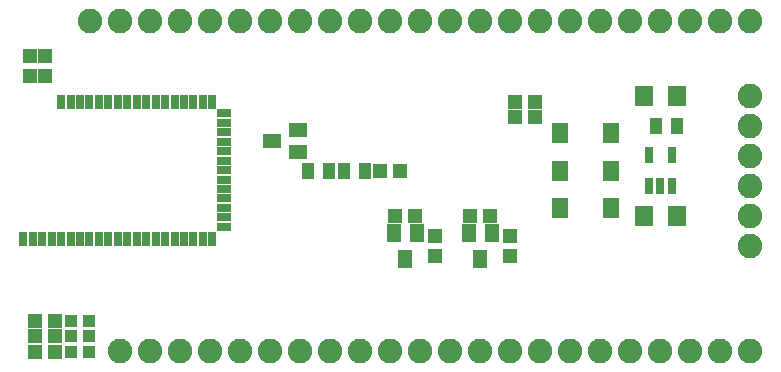
<source format=gbr>
G04 EAGLE Gerber RS-274X export*
G75*
%MOMM*%
%FSLAX34Y34*%
%LPD*%
%INSoldermask Top*%
%IPPOS*%
%AMOC8*
5,1,8,0,0,1.08239X$1,22.5*%
G01*
%ADD10R,0.803200X1.203200*%
%ADD11R,1.203200X0.803200*%
%ADD12R,1.203200X1.603200*%
%ADD13R,0.753200X1.403200*%
%ADD14R,1.303200X1.203200*%
%ADD15R,1.003200X1.403200*%
%ADD16R,1.603200X1.803200*%
%ADD17R,1.003200X1.003200*%
%ADD18R,1.203200X1.303200*%
%ADD19C,2.082800*%
%ADD20R,1.603200X1.203200*%
%ADD21R,1.473200X1.673200*%


D10*
X6800Y94980D03*
X14800Y94980D03*
X22800Y94980D03*
X30800Y94980D03*
X38800Y94980D03*
X46800Y94980D03*
X54800Y94980D03*
X62800Y94980D03*
X70800Y94980D03*
X78800Y94980D03*
X86800Y94980D03*
X94800Y94980D03*
X102800Y94980D03*
X110800Y94980D03*
X118800Y94980D03*
X126800Y94980D03*
X134800Y94980D03*
X142800Y94980D03*
X150800Y94980D03*
X158800Y94980D03*
X166800Y94980D03*
D11*
X176800Y104980D03*
X176800Y112980D03*
X176800Y120980D03*
X176800Y128980D03*
X176800Y136980D03*
X176800Y144980D03*
X176800Y152980D03*
X176800Y160980D03*
X176800Y168980D03*
X176800Y176980D03*
X176800Y184980D03*
X176800Y192980D03*
X176800Y200980D03*
D10*
X166800Y210980D03*
X158800Y210980D03*
X150800Y210980D03*
X142800Y210980D03*
X134800Y210980D03*
X126800Y210980D03*
X118800Y210980D03*
X110800Y210980D03*
X102800Y210980D03*
X94800Y210980D03*
X86800Y210980D03*
X78800Y210980D03*
X70800Y210980D03*
X62800Y210980D03*
X54800Y210980D03*
X46800Y210980D03*
X38800Y210980D03*
D12*
X393700Y77900D03*
X384200Y99900D03*
X403200Y99900D03*
D13*
X536600Y139399D03*
X546100Y139399D03*
X555600Y139399D03*
X555600Y165401D03*
X536600Y165401D03*
D14*
X385200Y114300D03*
X402200Y114300D03*
X33900Y-1270D03*
X16900Y-1270D03*
D15*
X560180Y190500D03*
X542180Y190500D03*
D16*
X560100Y114300D03*
X532100Y114300D03*
D17*
X62110Y-1270D03*
X47110Y-1270D03*
X62110Y25400D03*
X47110Y25400D03*
X62110Y12700D03*
X47110Y12700D03*
D14*
X33900Y12700D03*
X16900Y12700D03*
X33900Y25400D03*
X16900Y25400D03*
D18*
X419100Y80400D03*
X419100Y97400D03*
D12*
X330200Y77900D03*
X320700Y99900D03*
X339700Y99900D03*
D14*
X321700Y114300D03*
X338700Y114300D03*
D18*
X355600Y80400D03*
X355600Y97400D03*
D16*
X532100Y215900D03*
X560100Y215900D03*
D14*
X423300Y198120D03*
X440300Y198120D03*
X423300Y210820D03*
X440300Y210820D03*
D19*
X622300Y88900D03*
X622300Y114300D03*
X622300Y139700D03*
X622300Y165100D03*
X622300Y190500D03*
X622300Y215900D03*
X88900Y0D03*
X114300Y0D03*
X139700Y0D03*
X165100Y0D03*
X190500Y0D03*
X215900Y0D03*
X241300Y0D03*
X266700Y0D03*
X292100Y0D03*
X317500Y0D03*
X342900Y0D03*
X368300Y0D03*
X393700Y0D03*
X419100Y0D03*
X444500Y0D03*
X469900Y0D03*
D18*
X12700Y249800D03*
X12700Y232800D03*
D20*
X217600Y177800D03*
X239600Y187300D03*
X239600Y168300D03*
D15*
X265540Y152400D03*
X247540Y152400D03*
X296020Y152400D03*
X278020Y152400D03*
D14*
X309000Y152400D03*
X326000Y152400D03*
D18*
X25400Y249800D03*
X25400Y232800D03*
D21*
X461100Y152400D03*
X504100Y152400D03*
D19*
X63500Y279400D03*
X88900Y279400D03*
X114300Y279400D03*
X139700Y279400D03*
X165100Y279400D03*
X190500Y279400D03*
X215900Y279400D03*
X241300Y279400D03*
X266700Y279400D03*
X292100Y279400D03*
X317500Y279400D03*
X342900Y279400D03*
X368300Y279400D03*
X393700Y279400D03*
X419100Y279400D03*
X444500Y279400D03*
X469900Y279400D03*
X495300Y279400D03*
X520700Y279400D03*
X546100Y279400D03*
X571500Y279400D03*
X622300Y0D03*
X596900Y0D03*
X571500Y0D03*
X546100Y0D03*
X520700Y0D03*
X495300Y0D03*
D21*
X461100Y120650D03*
X504100Y120650D03*
X461100Y184150D03*
X504100Y184150D03*
D19*
X596900Y279400D03*
X622300Y279400D03*
M02*

</source>
